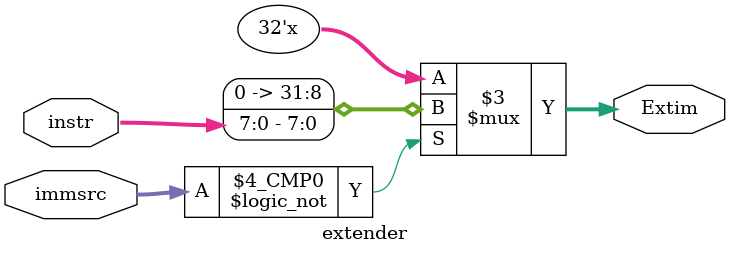
<source format=v>
module extender(
  input [23:0] instr,
  input [1:0] immsrc, 
  output reg [31:0] Extim);
  
  always @(*) begin
    case(immsrc)
      2'b00:Extim={24'b0 ,instr[7:0]};
      2'b00:Extim={20'b0 ,instr[11:0]};
      2'b00:Extim={{6{instr[23]}} ,instr[23:0],2'b00};
      default:Extim=32'bx;
    endcase
  end
endmodule

  

</source>
